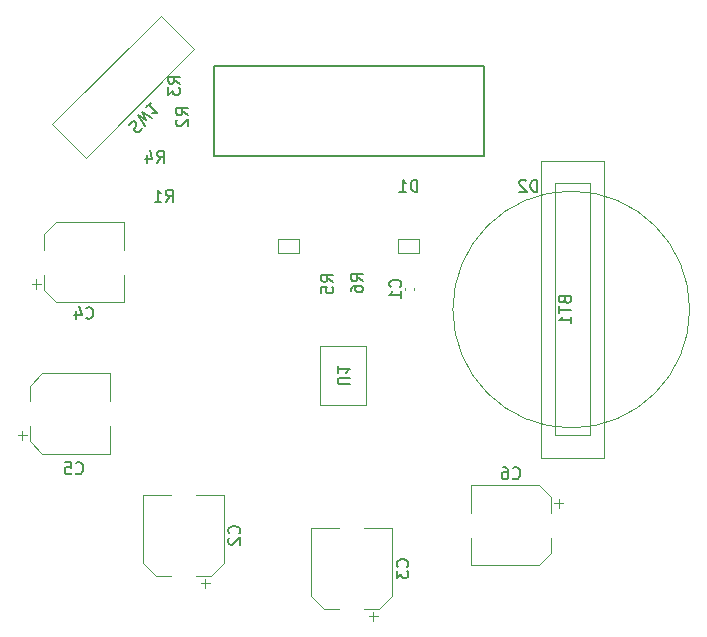
<source format=gbr>
%TF.GenerationSoftware,KiCad,Pcbnew,(6.0.5)*%
%TF.CreationDate,2023-05-26T14:33:47-04:00*%
%TF.ProjectId,Robocat Pin,526f626f-6361-4742-9050-696e2e6b6963,rev?*%
%TF.SameCoordinates,Original*%
%TF.FileFunction,Legend,Bot*%
%TF.FilePolarity,Positive*%
%FSLAX46Y46*%
G04 Gerber Fmt 4.6, Leading zero omitted, Abs format (unit mm)*
G04 Created by KiCad (PCBNEW (6.0.5)) date 2023-05-26 14:33:47*
%MOMM*%
%LPD*%
G01*
G04 APERTURE LIST*
%ADD10C,0.150000*%
%ADD11C,0.120000*%
G04 APERTURE END LIST*
D10*
X41275000Y-40005000D02*
X64135000Y-40005000D01*
X64135000Y-40005000D02*
X64135000Y-32385000D01*
X64135000Y-32385000D02*
X41275000Y-32385000D01*
X41275000Y-32385000D02*
X41275000Y-40005000D01*
%TO.C,C1*%
X57058342Y-51065133D02*
X57105961Y-51017514D01*
X57153580Y-50874657D01*
X57153580Y-50779419D01*
X57105961Y-50636561D01*
X57010723Y-50541323D01*
X56915485Y-50493704D01*
X56725009Y-50446085D01*
X56582152Y-50446085D01*
X56391676Y-50493704D01*
X56296438Y-50541323D01*
X56201200Y-50636561D01*
X56153580Y-50779419D01*
X56153580Y-50874657D01*
X56201200Y-51017514D01*
X56248819Y-51065133D01*
X57153580Y-52017514D02*
X57153580Y-51446085D01*
X57153580Y-51731800D02*
X56153580Y-51731800D01*
X56296438Y-51636561D01*
X56391676Y-51541323D01*
X56439295Y-51446085D01*
%TO.C,U1*%
X52795419Y-59334304D02*
X51985895Y-59334304D01*
X51890657Y-59286685D01*
X51843038Y-59239066D01*
X51795419Y-59143828D01*
X51795419Y-58953352D01*
X51843038Y-58858114D01*
X51890657Y-58810495D01*
X51985895Y-58762876D01*
X52795419Y-58762876D01*
X51795419Y-57762876D02*
X51795419Y-58334304D01*
X51795419Y-58048590D02*
X52795419Y-58048590D01*
X52652561Y-58143828D01*
X52557323Y-58239066D01*
X52509704Y-58334304D01*
%TO.C,C4*%
X30468866Y-53678342D02*
X30516485Y-53725961D01*
X30659342Y-53773580D01*
X30754580Y-53773580D01*
X30897438Y-53725961D01*
X30992676Y-53630723D01*
X31040295Y-53535485D01*
X31087914Y-53345009D01*
X31087914Y-53202152D01*
X31040295Y-53011676D01*
X30992676Y-52916438D01*
X30897438Y-52821200D01*
X30754580Y-52773580D01*
X30659342Y-52773580D01*
X30516485Y-52821200D01*
X30468866Y-52868819D01*
X29611723Y-53106914D02*
X29611723Y-53773580D01*
X29849819Y-52725961D02*
X30087914Y-53440247D01*
X29468866Y-53440247D01*
%TO.C,R5*%
X51387980Y-50658733D02*
X50911790Y-50325400D01*
X51387980Y-50087304D02*
X50387980Y-50087304D01*
X50387980Y-50468257D01*
X50435600Y-50563495D01*
X50483219Y-50611114D01*
X50578457Y-50658733D01*
X50721314Y-50658733D01*
X50816552Y-50611114D01*
X50864171Y-50563495D01*
X50911790Y-50468257D01*
X50911790Y-50087304D01*
X50387980Y-51563495D02*
X50387980Y-51087304D01*
X50864171Y-51039685D01*
X50816552Y-51087304D01*
X50768933Y-51182542D01*
X50768933Y-51420638D01*
X50816552Y-51515876D01*
X50864171Y-51563495D01*
X50959409Y-51611114D01*
X51197504Y-51611114D01*
X51292742Y-51563495D01*
X51340361Y-51515876D01*
X51387980Y-51420638D01*
X51387980Y-51182542D01*
X51340361Y-51087304D01*
X51292742Y-51039685D01*
%TO.C,R3*%
X38423162Y-33853797D02*
X37946972Y-33520464D01*
X38423162Y-33282368D02*
X37423162Y-33282368D01*
X37423162Y-33663321D01*
X37470782Y-33758559D01*
X37518401Y-33806178D01*
X37613639Y-33853797D01*
X37756496Y-33853797D01*
X37851734Y-33806178D01*
X37899353Y-33758559D01*
X37946972Y-33663321D01*
X37946972Y-33282368D01*
X37423162Y-34187130D02*
X37423162Y-34806178D01*
X37804115Y-34472844D01*
X37804115Y-34615702D01*
X37851734Y-34710940D01*
X37899353Y-34758559D01*
X37994591Y-34806178D01*
X38232686Y-34806178D01*
X38327924Y-34758559D01*
X38375543Y-34710940D01*
X38423162Y-34615702D01*
X38423162Y-34329987D01*
X38375543Y-34234749D01*
X38327924Y-34187130D01*
%TO.C,R2*%
X39085780Y-36536333D02*
X38609590Y-36203000D01*
X39085780Y-35964904D02*
X38085780Y-35964904D01*
X38085780Y-36345857D01*
X38133400Y-36441095D01*
X38181019Y-36488714D01*
X38276257Y-36536333D01*
X38419114Y-36536333D01*
X38514352Y-36488714D01*
X38561971Y-36441095D01*
X38609590Y-36345857D01*
X38609590Y-35964904D01*
X38181019Y-36917285D02*
X38133400Y-36964904D01*
X38085780Y-37060142D01*
X38085780Y-37298238D01*
X38133400Y-37393476D01*
X38181019Y-37441095D01*
X38276257Y-37488714D01*
X38371495Y-37488714D01*
X38514352Y-37441095D01*
X39085780Y-36869666D01*
X39085780Y-37488714D01*
%TO.C,R1*%
X37231648Y-43854044D02*
X37564982Y-43377854D01*
X37803077Y-43854044D02*
X37803077Y-42854044D01*
X37422124Y-42854044D01*
X37326886Y-42901664D01*
X37279267Y-42949283D01*
X37231648Y-43044521D01*
X37231648Y-43187378D01*
X37279267Y-43282616D01*
X37326886Y-43330235D01*
X37422124Y-43377854D01*
X37803077Y-43377854D01*
X36279267Y-43854044D02*
X36850696Y-43854044D01*
X36564982Y-43854044D02*
X36564982Y-42854044D01*
X36660220Y-42996902D01*
X36755458Y-43092140D01*
X36850696Y-43139759D01*
%TO.C,C6*%
X66613066Y-67254142D02*
X66660685Y-67301761D01*
X66803542Y-67349380D01*
X66898780Y-67349380D01*
X67041638Y-67301761D01*
X67136876Y-67206523D01*
X67184495Y-67111285D01*
X67232114Y-66920809D01*
X67232114Y-66777952D01*
X67184495Y-66587476D01*
X67136876Y-66492238D01*
X67041638Y-66397000D01*
X66898780Y-66349380D01*
X66803542Y-66349380D01*
X66660685Y-66397000D01*
X66613066Y-66444619D01*
X65755923Y-66349380D02*
X65946400Y-66349380D01*
X66041638Y-66397000D01*
X66089257Y-66444619D01*
X66184495Y-66587476D01*
X66232114Y-66777952D01*
X66232114Y-67158904D01*
X66184495Y-67254142D01*
X66136876Y-67301761D01*
X66041638Y-67349380D01*
X65851161Y-67349380D01*
X65755923Y-67301761D01*
X65708304Y-67254142D01*
X65660685Y-67158904D01*
X65660685Y-66920809D01*
X65708304Y-66825571D01*
X65755923Y-66777952D01*
X65851161Y-66730333D01*
X66041638Y-66730333D01*
X66136876Y-66777952D01*
X66184495Y-66825571D01*
X66232114Y-66920809D01*
%TO.C,D1*%
X58523095Y-42997380D02*
X58523095Y-41997380D01*
X58285000Y-41997380D01*
X58142142Y-42045000D01*
X58046904Y-42140238D01*
X57999285Y-42235476D01*
X57951666Y-42425952D01*
X57951666Y-42568809D01*
X57999285Y-42759285D01*
X58046904Y-42854523D01*
X58142142Y-42949761D01*
X58285000Y-42997380D01*
X58523095Y-42997380D01*
X56999285Y-42997380D02*
X57570714Y-42997380D01*
X57285000Y-42997380D02*
X57285000Y-41997380D01*
X57380238Y-42140238D01*
X57475476Y-42235476D01*
X57570714Y-42283095D01*
%TO.C,R4*%
X36472048Y-40546001D02*
X36805382Y-40069811D01*
X37043477Y-40546001D02*
X37043477Y-39546001D01*
X36662524Y-39546001D01*
X36567286Y-39593621D01*
X36519667Y-39641240D01*
X36472048Y-39736478D01*
X36472048Y-39879335D01*
X36519667Y-39974573D01*
X36567286Y-40022192D01*
X36662524Y-40069811D01*
X37043477Y-40069811D01*
X35614905Y-39879335D02*
X35614905Y-40546001D01*
X35853001Y-39498382D02*
X36091096Y-40212668D01*
X35472048Y-40212668D01*
%TO.C,BT1*%
X70980371Y-52198685D02*
X71027990Y-52341542D01*
X71075609Y-52389161D01*
X71170847Y-52436780D01*
X71313704Y-52436780D01*
X71408942Y-52389161D01*
X71456561Y-52341542D01*
X71504180Y-52246304D01*
X71504180Y-51865352D01*
X70504180Y-51865352D01*
X70504180Y-52198685D01*
X70551800Y-52293923D01*
X70599419Y-52341542D01*
X70694657Y-52389161D01*
X70789895Y-52389161D01*
X70885133Y-52341542D01*
X70932752Y-52293923D01*
X70980371Y-52198685D01*
X70980371Y-51865352D01*
X70504180Y-52722495D02*
X70504180Y-53293923D01*
X71504180Y-53008209D02*
X70504180Y-53008209D01*
X71504180Y-54151066D02*
X71504180Y-53579638D01*
X71504180Y-53865352D02*
X70504180Y-53865352D01*
X70647038Y-53770114D01*
X70742276Y-53674876D01*
X70789895Y-53579638D01*
%TO.C,C5*%
X29605266Y-66828942D02*
X29652885Y-66876561D01*
X29795742Y-66924180D01*
X29890980Y-66924180D01*
X30033838Y-66876561D01*
X30129076Y-66781323D01*
X30176695Y-66686085D01*
X30224314Y-66495609D01*
X30224314Y-66352752D01*
X30176695Y-66162276D01*
X30129076Y-66067038D01*
X30033838Y-65971800D01*
X29890980Y-65924180D01*
X29795742Y-65924180D01*
X29652885Y-65971800D01*
X29605266Y-66019419D01*
X28700504Y-65924180D02*
X29176695Y-65924180D01*
X29224314Y-66400371D01*
X29176695Y-66352752D01*
X29081457Y-66305133D01*
X28843361Y-66305133D01*
X28748123Y-66352752D01*
X28700504Y-66400371D01*
X28652885Y-66495609D01*
X28652885Y-66733704D01*
X28700504Y-66828942D01*
X28748123Y-66876561D01*
X28843361Y-66924180D01*
X29081457Y-66924180D01*
X29176695Y-66876561D01*
X29224314Y-66828942D01*
%TO.C,C2*%
X43416742Y-71943933D02*
X43464361Y-71896314D01*
X43511980Y-71753457D01*
X43511980Y-71658219D01*
X43464361Y-71515361D01*
X43369123Y-71420123D01*
X43273885Y-71372504D01*
X43083409Y-71324885D01*
X42940552Y-71324885D01*
X42750076Y-71372504D01*
X42654838Y-71420123D01*
X42559600Y-71515361D01*
X42511980Y-71658219D01*
X42511980Y-71753457D01*
X42559600Y-71896314D01*
X42607219Y-71943933D01*
X42607219Y-72324885D02*
X42559600Y-72372504D01*
X42511980Y-72467742D01*
X42511980Y-72705838D01*
X42559600Y-72801076D01*
X42607219Y-72848695D01*
X42702457Y-72896314D01*
X42797695Y-72896314D01*
X42940552Y-72848695D01*
X43511980Y-72277266D01*
X43511980Y-72896314D01*
%TO.C,R6*%
X53902580Y-50582533D02*
X53426390Y-50249200D01*
X53902580Y-50011104D02*
X52902580Y-50011104D01*
X52902580Y-50392057D01*
X52950200Y-50487295D01*
X52997819Y-50534914D01*
X53093057Y-50582533D01*
X53235914Y-50582533D01*
X53331152Y-50534914D01*
X53378771Y-50487295D01*
X53426390Y-50392057D01*
X53426390Y-50011104D01*
X52902580Y-51439676D02*
X52902580Y-51249200D01*
X52950200Y-51153961D01*
X52997819Y-51106342D01*
X53140676Y-51011104D01*
X53331152Y-50963485D01*
X53712104Y-50963485D01*
X53807342Y-51011104D01*
X53854961Y-51058723D01*
X53902580Y-51153961D01*
X53902580Y-51344438D01*
X53854961Y-51439676D01*
X53807342Y-51487295D01*
X53712104Y-51534914D01*
X53474009Y-51534914D01*
X53378771Y-51487295D01*
X53331152Y-51439676D01*
X53283533Y-51344438D01*
X53283533Y-51153961D01*
X53331152Y-51058723D01*
X53378771Y-51011104D01*
X53474009Y-50963485D01*
%TO.C,C3*%
X57666142Y-74763333D02*
X57713761Y-74715714D01*
X57761380Y-74572857D01*
X57761380Y-74477619D01*
X57713761Y-74334761D01*
X57618523Y-74239523D01*
X57523285Y-74191904D01*
X57332809Y-74144285D01*
X57189952Y-74144285D01*
X56999476Y-74191904D01*
X56904238Y-74239523D01*
X56809000Y-74334761D01*
X56761380Y-74477619D01*
X56761380Y-74572857D01*
X56809000Y-74715714D01*
X56856619Y-74763333D01*
X56761380Y-75096666D02*
X56761380Y-75715714D01*
X57142333Y-75382380D01*
X57142333Y-75525238D01*
X57189952Y-75620476D01*
X57237571Y-75668095D01*
X57332809Y-75715714D01*
X57570904Y-75715714D01*
X57666142Y-75668095D01*
X57713761Y-75620476D01*
X57761380Y-75525238D01*
X57761380Y-75239523D01*
X57713761Y-75144285D01*
X57666142Y-75096666D01*
%TO.C,SW1*%
X34127781Y-37384999D02*
X34195124Y-37250312D01*
X34363483Y-37081953D01*
X34464498Y-37048281D01*
X34531842Y-37048281D01*
X34632857Y-37081953D01*
X34700200Y-37149296D01*
X34733872Y-37250312D01*
X34733872Y-37317655D01*
X34700200Y-37418670D01*
X34599185Y-37587029D01*
X34565513Y-37688044D01*
X34565513Y-37755388D01*
X34599185Y-37856403D01*
X34666529Y-37923747D01*
X34767544Y-37957418D01*
X34834887Y-37957418D01*
X34935903Y-37923747D01*
X35104261Y-37755388D01*
X35171605Y-37620701D01*
X35440979Y-37418670D02*
X34902231Y-36543205D01*
X35541994Y-36913594D01*
X35171605Y-36273831D01*
X36047070Y-36812579D01*
X35979727Y-35465709D02*
X35575666Y-35869770D01*
X35777696Y-35667739D02*
X36484803Y-36374846D01*
X36316444Y-36341174D01*
X36181757Y-36341174D01*
X36080742Y-36374846D01*
%TO.C,D2*%
X68667855Y-42997380D02*
X68667855Y-41997380D01*
X68429760Y-41997380D01*
X68286902Y-42045000D01*
X68191664Y-42140238D01*
X68144045Y-42235476D01*
X68096426Y-42425952D01*
X68096426Y-42568809D01*
X68144045Y-42759285D01*
X68191664Y-42854523D01*
X68286902Y-42949761D01*
X68429760Y-42997380D01*
X68667855Y-42997380D01*
X67715474Y-42092619D02*
X67667855Y-42045000D01*
X67572617Y-41997380D01*
X67334521Y-41997380D01*
X67239283Y-42045000D01*
X67191664Y-42092619D01*
X67144045Y-42187857D01*
X67144045Y-42283095D01*
X67191664Y-42425952D01*
X67763093Y-42997380D01*
X67144045Y-42997380D01*
D11*
%TO.C,C1*%
X58221200Y-51123964D02*
X58221200Y-51339636D01*
X57501200Y-51123964D02*
X57501200Y-51339636D01*
%TO.C,U1*%
X54197800Y-61072400D02*
X50297800Y-61072400D01*
X50297800Y-61072400D02*
X50297800Y-56072400D01*
X50297800Y-56072400D02*
X54197800Y-56072400D01*
X54197800Y-56072400D02*
X54197800Y-61072400D01*
%TO.C,C4*%
X27956637Y-52381200D02*
X33712200Y-52381200D01*
X26892200Y-51316763D02*
X27956637Y-52381200D01*
X27956637Y-45561200D02*
X33712200Y-45561200D01*
X26892200Y-51316763D02*
X26892200Y-50031200D01*
X33712200Y-45561200D02*
X33712200Y-47911200D01*
X26892200Y-46625637D02*
X27956637Y-45561200D01*
X25864700Y-50818700D02*
X26652200Y-50818700D01*
X33712200Y-52381200D02*
X33712200Y-50031200D01*
X26258450Y-51212450D02*
X26258450Y-50424950D01*
X26892200Y-46625637D02*
X26892200Y-47911200D01*
%TO.C,C6*%
X70883900Y-69399500D02*
X70096400Y-69399500D01*
X69856400Y-73592563D02*
X69856400Y-72307000D01*
X69856400Y-68901437D02*
X68791963Y-67837000D01*
X70490150Y-69005750D02*
X70490150Y-69793250D01*
X69856400Y-73592563D02*
X68791963Y-74657000D01*
X68791963Y-74657000D02*
X63036400Y-74657000D01*
X69856400Y-68901437D02*
X69856400Y-70187000D01*
X63036400Y-67837000D02*
X63036400Y-70187000D01*
X63036400Y-74657000D02*
X63036400Y-72307000D01*
X68791963Y-67837000D02*
X63036400Y-67837000D01*
%TO.C,D1*%
X48525000Y-47025000D02*
X46725000Y-47025000D01*
X46725000Y-47025000D02*
X46725000Y-48225000D01*
X46725000Y-48225000D02*
X48525000Y-48225000D01*
X48525000Y-48225000D02*
X48525000Y-47025000D01*
%TO.C,BT1*%
X70181800Y-42314400D02*
X73101800Y-42314400D01*
X73101800Y-42314400D02*
X73101800Y-63634400D01*
X73101800Y-63634400D02*
X70181800Y-63634400D01*
X70181800Y-63634400D02*
X70181800Y-42314400D01*
X68991800Y-40384400D02*
X74281800Y-40384400D01*
X74281800Y-40384400D02*
X74281800Y-65524400D01*
X74281800Y-65524400D02*
X68991800Y-65524400D01*
X68991800Y-65524400D02*
X68991800Y-40384400D01*
X81578843Y-52984400D02*
G75*
G03*
X81578843Y-52984400I-10027043J0D01*
G01*
%TO.C,C5*%
X26762837Y-65208200D02*
X32518400Y-65208200D01*
X32518400Y-58388200D02*
X32518400Y-60738200D01*
X25698400Y-64143763D02*
X25698400Y-62858200D01*
X32518400Y-65208200D02*
X32518400Y-62858200D01*
X25698400Y-64143763D02*
X26762837Y-65208200D01*
X25698400Y-59452637D02*
X26762837Y-58388200D01*
X25064650Y-64039450D02*
X25064650Y-63251950D01*
X24670900Y-63645700D02*
X25458400Y-63645700D01*
X25698400Y-59452637D02*
X25698400Y-60738200D01*
X26762837Y-58388200D02*
X32518400Y-58388200D01*
%TO.C,C2*%
X40557100Y-76548100D02*
X40557100Y-75760600D01*
X36364037Y-75520600D02*
X37649600Y-75520600D01*
X41055163Y-75520600D02*
X39769600Y-75520600D01*
X35299600Y-74456163D02*
X35299600Y-68700600D01*
X41055163Y-75520600D02*
X42119600Y-74456163D01*
X35299600Y-68700600D02*
X37649600Y-68700600D01*
X42119600Y-68700600D02*
X39769600Y-68700600D01*
X42119600Y-74456163D02*
X42119600Y-68700600D01*
X36364037Y-75520600D02*
X35299600Y-74456163D01*
X40950850Y-76154350D02*
X40163350Y-76154350D01*
%TO.C,C3*%
X50613437Y-78340000D02*
X49549000Y-77275563D01*
X50613437Y-78340000D02*
X51899000Y-78340000D01*
X55304563Y-78340000D02*
X56369000Y-77275563D01*
X55304563Y-78340000D02*
X54019000Y-78340000D01*
X56369000Y-71520000D02*
X54019000Y-71520000D01*
X49549000Y-77275563D02*
X49549000Y-71520000D01*
X54806500Y-79367500D02*
X54806500Y-78580000D01*
X56369000Y-77275563D02*
X56369000Y-71520000D01*
X49549000Y-71520000D02*
X51899000Y-71520000D01*
X55200250Y-78973750D02*
X54412750Y-78973750D01*
%TO.C,SW1*%
X30447619Y-40122608D02*
X39640008Y-30930219D01*
X39640008Y-30930219D02*
X36811581Y-28101792D01*
X36811581Y-28101792D02*
X27619192Y-37294181D01*
X27619192Y-37294181D02*
X30447619Y-40122608D01*
%TO.C,D2*%
X58669760Y-47025000D02*
X56869760Y-47025000D01*
X56869760Y-47025000D02*
X56869760Y-48225000D01*
X56869760Y-48225000D02*
X58669760Y-48225000D01*
X58669760Y-48225000D02*
X58669760Y-47025000D01*
%TD*%
M02*

</source>
